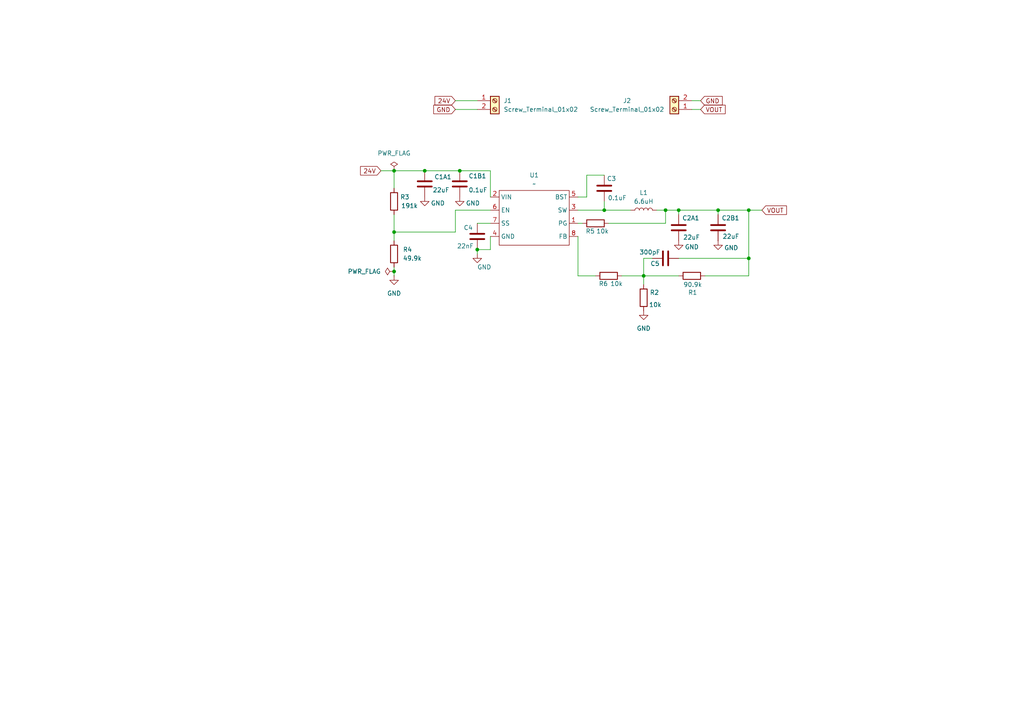
<source format=kicad_sch>
(kicad_sch (version 20250114) (generator "eeschema") (generator_version "9.0")
  (paper "A4")
  (lib_symbols
    (symbol "Connector:Screw_Terminal_01x02" (pin_names (offset 1.016) (hide yes))
      (property "Reference" "J" (at 0 2.54 0))
      (property "Value" "Screw_Terminal_01x02" (at 0 -5.08 0))
      (symbol "Screw_Terminal_01x02_1_1"
        (rectangle (start -1.27 1.27) (end 1.27 -3.81) (stroke (width 0.254)) (fill (type background)))
        (polyline (pts (xy -0.5334 0.3302) (xy 0.3302 -0.508)) (stroke (width 0.1524)))
        (polyline (pts (xy -0.5334 -2.2098) (xy 0.3302 -3.048)) (stroke (width 0.1524)))
        (polyline (pts (xy -0.3556 0.508) (xy 0.508 -0.3302)) (stroke (width 0.1524)))
        (polyline (pts (xy -0.3556 -2.032) (xy 0.508 -2.8702)) (stroke (width 0.1524)))
        (circle (center 0 0) (radius 0.635) (stroke (width 0.1524)))
        (circle (center 0 -2.54) (radius 0.635) (stroke (width 0.1524)))
        (pin passive line (at -5.08 0 0) (length 3.81) (name "Pin_1") (number "1"))
        (pin passive line (at -5.08 -2.54 0) (length 3.81) (name "Pin_2") (number "2"))
      )
    )
    (symbol "Device:C" (pin_numbers (hide yes)) (pin_names (offset 0.254))
      (property "Reference" "C" (at 0.635 2.54 0))
      (property "Value" "C" (at 0.635 -2.54 0))
      (symbol "C_0_1"
        (polyline (pts (xy -2.032 0.762) (xy 2.032 0.762)) (stroke (width 0.508)))
        (polyline (pts (xy -2.032 -0.762) (xy 2.032 -0.762)) (stroke (width 0.508)))
      )
      (symbol "C_1_1"
        (pin passive line (at 0 3.81 270) (length 2.794) (name "~") (number "1"))
        (pin passive line (at 0 -3.81 90) (length 2.794) (name "~") (number "2"))
      )
    )
    (symbol "Device:L" (pin_numbers (hide yes)) (pin_names (offset 1.016) (hide yes))
      (property "Reference" "L" (at -1.27 0 90))
      (property "Value" "L" (at 1.905 0 90))
      (symbol "L_0_1"
        (arc (start 0 2.54) (mid 0.6323 1.905) (end 0 1.27))
        (arc (start 0 1.27) (mid 0.6323 0.635) (end 0 0))
        (arc (start 0 0) (mid 0.6323 -0.635) (end 0 -1.27))
        (arc (start 0 -1.27) (mid 0.6323 -1.905) (end 0 -2.54))
      )
      (symbol "L_1_1"
        (pin passive line (at 0 3.81 270) (length 1.27) (name "1") (number "1"))
        (pin passive line (at 0 -3.81 90) (length 1.27) (name "2") (number "2"))
      )
    )
    (symbol "Device:R" (pin_numbers (hide yes)) (pin_names (offset 0))
      (property "Reference" "R" (at 2.032 0 90))
      (property "Value" "R" (at 0 0 90))
      (symbol "R_0_1"
        (rectangle (start -1.016 -2.54) (end 1.016 2.54) (stroke (width 0.254)))
      )
      (symbol "R_1_1"
        (pin passive line (at 0 3.81 270) (length 1.27) (name "~") (number "1"))
        (pin passive line (at 0 -3.81 90) (length 1.27) (name "~") (number "2"))
      )
    )
    (symbol "New_Library:MP2338"
      (property "Reference" "U1" (at 0 12.7 0))
      (property "Value" "~" (at 0 10.16 0))
      (symbol "MP2338_0_1"
        (rectangle (start -10.16 8.255) (end 10.16 -7.62))
      )
      (symbol "MP2338_1_1"
        (pin power_in line (at -12.7 6.35 0) (length 2.54) (name "VIN") (number "2"))
        (pin input line (at -12.7 2.54 0) (length 2.54) (name "EN") (number "6"))
        (pin passive line (at -12.7 -1.27 0) (length 2.54) (name "SS") (number "7"))
        (pin power_in line (at -12.7 -5.08 0) (length 2.54) (name "GND") (number "4"))
        (pin passive line (at 12.7 6.35 180) (length 2.54) (name "BST") (number "5"))
        (pin passive line (at 12.7 2.54 180) (length 2.54) (name "SW") (number "3"))
        (pin open_collector line (at 12.7 -1.27 180) (length 2.54) (name "PG") (number "1"))
        (pin input line (at 12.7 -5.08 180) (length 2.54) (name "FB") (number "8"))
      )
    )
    (symbol "power:GND" (power) (pin_numbers (hide yes)) (pin_names (offset 0) (hide yes))
      (property "Value" "GND" (at 0 -3.81 0))
      (symbol "GND_0_1"
        (polyline (pts (xy 0 0) (xy 0 -1.27) (xy 1.27 -1.27) (xy 0 -2.54) (xy -1.27 -1.27) (xy 0 -1.27)))
      )
      (symbol "GND_1_1"
        (pin power_in line (at 0 0 270) (length 0) (name "~") (number "1"))
      )
    )
    (symbol "power:PWR_FLAG" (power) (pin_numbers (hide yes)) (pin_names (offset 0) (hide yes))
      (property "Value" "PWR_FLAG" (at 0 3.81 0))
      (symbol "PWR_FLAG_0_0"
        (pin power_out line (at 0 0 90) (length 0) (name "~") (number "1"))
      )
      (symbol "PWR_FLAG_0_1"
        (polyline (pts (xy 0 0) (xy 0 1.27) (xy -1.016 1.905) (xy 0 2.54) (xy 1.016 1.905) (xy 0 1.27)))
      )
    )
  )
  (junction (at 186.69 80.01))
  (junction (at 114.3 49.53))
  (junction (at 114.3 78.74))
  (junction (at 175.26 60.96))
  (junction (at 208.28 60.96))
  (junction (at 217.17 74.93))
  (junction (at 114.3 67.31))
  (junction (at 133.35 49.53))
  (junction (at 196.85 60.96))
  (junction (at 123.19 49.53))
  (junction (at 193.04 60.96))
  (junction (at 217.17 60.96))
  (junction (at 138.43 72.39))
  (wire (pts (xy 175.26 60.96) (xy 182.88 60.96)))
  (wire (pts (xy 170.18 57.15) (xy 170.18 50.8)))
  (wire (pts (xy 208.28 60.96) (xy 217.17 60.96)))
  (wire (pts (xy 132.08 31.75) (xy 138.43 31.75)))
  (wire (pts (xy 132.08 29.21) (xy 138.43 29.21)))
  (wire (pts (xy 220.98 60.96) (xy 217.17 60.96)))
  (wire (pts (xy 114.3 78.74) (xy 114.3 77.47)))
  (wire (pts (xy 142.24 72.39) (xy 142.24 68.58)))
  (wire (pts (xy 186.69 80.01) (xy 186.69 82.55)))
  (wire (pts (xy 170.18 50.8) (xy 175.26 50.8)))
  (wire (pts (xy 200.66 31.75) (xy 203.2 31.75)))
  (wire (pts (xy 123.19 49.53) (xy 133.35 49.53)))
  (wire (pts (xy 167.64 80.01) (xy 167.64 68.58)))
  (wire (pts (xy 180.34 80.01) (xy 186.69 80.01)))
  (wire (pts (xy 167.64 57.15) (xy 170.18 57.15)))
  (wire (pts (xy 193.04 64.77) (xy 193.04 60.96)))
  (wire (pts (xy 132.08 60.96) (xy 142.24 60.96)))
  (wire (pts (xy 200.66 29.21) (xy 203.2 29.21)))
  (wire (pts (xy 175.26 58.42) (xy 175.26 60.96)))
  (wire (pts (xy 196.85 62.23) (xy 196.85 60.96)))
  (wire (pts (xy 114.3 62.23) (xy 114.3 67.31)))
  (wire (pts (xy 114.3 67.31) (xy 114.3 69.85)))
  (wire (pts (xy 196.85 74.93) (xy 217.17 74.93)))
  (wire (pts (xy 176.53 64.77) (xy 193.04 64.77)))
  (wire (pts (xy 167.64 80.01) (xy 172.72 80.01)))
  (wire (pts (xy 114.3 49.53) (xy 123.19 49.53)))
  (wire (pts (xy 190.5 60.96) (xy 193.04 60.96)))
  (wire (pts (xy 217.17 74.93) (xy 217.17 80.01)))
  (wire (pts (xy 208.28 60.96) (xy 208.28 62.23)))
  (wire (pts (xy 132.08 60.96) (xy 132.08 67.31)))
  (wire (pts (xy 186.69 80.01) (xy 196.85 80.01)))
  (wire (pts (xy 114.3 80.01) (xy 114.3 78.74)))
  (wire (pts (xy 114.3 49.53) (xy 114.3 54.61)))
  (wire (pts (xy 186.69 74.93) (xy 186.69 80.01)))
  (wire (pts (xy 138.43 64.77) (xy 142.24 64.77)))
  (wire (pts (xy 193.04 60.96) (xy 196.85 60.96)))
  (wire (pts (xy 142.24 49.53) (xy 142.24 57.15)))
  (wire (pts (xy 167.64 60.96) (xy 175.26 60.96)))
  (wire (pts (xy 133.35 49.53) (xy 142.24 49.53)))
  (wire (pts (xy 138.43 72.39) (xy 142.24 72.39)))
  (wire (pts (xy 189.23 74.93) (xy 186.69 74.93)))
  (wire (pts (xy 217.17 60.96) (xy 217.17 74.93)))
  (wire (pts (xy 168.91 64.77) (xy 167.64 64.77)))
  (wire (pts (xy 114.3 67.31) (xy 132.08 67.31)))
  (wire (pts (xy 110.49 49.53) (xy 114.3 49.53)))
  (wire (pts (xy 217.17 80.01) (xy 204.47 80.01)))
  (wire (pts (xy 138.43 72.39) (xy 138.43 73.66)))
  (wire (pts (xy 196.85 60.96) (xy 208.28 60.96)))
  (global_label "24V" (shape input) (at 110.49 49.53 180) (property "Intersheetrefs" "${INTERSHEET_REFS}" (effects (hide yes))))
  (global_label "VOUT" (shape input) (at 203.2 31.75 0) (property "Intersheetrefs" "${INTERSHEET_REFS}" (effects (hide yes))))
  (global_label "24V" (shape input) (at 132.08 29.21 180) (property "Intersheetrefs" "${INTERSHEET_REFS}" (effects (hide yes))))
  (global_label "GND" (shape input) (at 203.2 29.21 0) (property "Intersheetrefs" "${INTERSHEET_REFS}" (effects (hide yes))))
  (global_label "GND" (shape input) (at 132.08 31.75 180) (property "Intersheetrefs" "${INTERSHEET_REFS}" (effects (hide yes))))
  (global_label "VOUT" (shape input) (at 220.98 60.96 0) (property "Intersheetrefs" "${INTERSHEET_REFS}" (effects (hide yes))))
  (symbol (lib_id "Device:L") (at 186.69 60.96 90) (unit 1)
    (property "Reference" "L1" (at 186.69 55.88 90))
    (property "Value" "6.6uH" (at 186.69 58.42 90))
    (property "Footprint" "Inductor_THT:L_Radial_D10.0mm_P5.00mm_Neosid_SD12k_style3" (effects (hide yes)))
    (property "Description" "Inductor" (effects (hide yes)))
  )
  (symbol (lib_id "Device:R") (at 172.72 64.77 90) (unit 1)
    (property "Reference" "R5" (at 171.196 67.056 90))
    (property "Value" "10k" (at 174.752 67.056 90))
    (property "Footprint" "Resistor_THT:R_Axial_DIN0207_L6.3mm_D2.5mm_P7.62mm_Horizontal" (effects (hide yes)))
    (property "Description" "Resistor" (effects (hide yes)))
  )
  (symbol (lib_id "power:GND") (at 114.3 80.01 0) (unit 1)
    (property "Reference" "#PWR02" (effects (hide yes)))
    (property "Value" "GND" (at 114.3 85.09 0))
    (property "Description" "Power symbol creates a global label with name \"GND\" , ground" (effects (hide yes)))
  )
  (symbol (lib_id "Device:C") (at 208.28 66.04 0) (unit 1)
    (property "Reference" "C2B1" (at 209.296 63.246 0) (effects (justify left)))
    (property "Value" "22uF" (at 209.55 68.58 0) (effects (justify left)))
    (property "Footprint" "Capacitor_THT:CP_Radial_D6.3mm_P2.50mm" (effects (hide yes)))
    (property "Description" "Unpolarized capacitor" (effects (hide yes)))
  )
  (symbol (lib_id "power:GND") (at 123.19 57.15 0) (unit 1)
    (property "Reference" "#PWR07" (effects (hide yes)))
    (property "Value" "GND" (at 127 58.928 0))
    (property "Description" "Power symbol creates a global label with name \"GND\" , ground" (effects (hide yes)))
  )
  (symbol (lib_id "Device:C") (at 193.04 74.93 90) (unit 1)
    (property "Reference" "C5" (at 189.992 76.454 90))
    (property "Value" "300pF" (at 188.468 73.152 90))
    (property "Footprint" "Capacitor_THT:C_Disc_D5.0mm_W2.5mm_P5.00mm" (effects (hide yes)))
    (property "Description" "Unpolarized capacitor" (effects (hide yes)))
  )
  (symbol (lib_id "power:GND") (at 208.28 69.85 0) (unit 1)
    (property "Reference" "#PWR05" (effects (hide yes)))
    (property "Value" "GND" (at 212.09 71.882 0))
    (property "Description" "Power symbol creates a global label with name \"GND\" , ground" (effects (hide yes)))
  )
  (symbol (lib_id "Device:R") (at 114.3 73.66 0) (unit 1)
    (property "Reference" "R4" (at 116.84 72.3899 0) (effects (justify left)))
    (property "Value" "49.9k" (at 116.84 74.9299 0) (effects (justify left)))
    (property "Footprint" "Resistor_THT:R_Axial_DIN0207_L6.3mm_D2.5mm_P7.62mm_Horizontal" (effects (hide yes)))
    (property "Description" "Resistor" (effects (hide yes)))
  )
  (symbol (lib_id "Device:C") (at 196.85 66.04 0) (unit 1)
    (property "Reference" "C2A1" (at 197.866 63.246 0) (effects (justify left)))
    (property "Value" "22uF" (at 198.12 68.834 0) (effects (justify left)))
    (property "Footprint" "Capacitor_THT:CP_Radial_D6.3mm_P2.50mm" (effects (hide yes)))
    (property "Description" "Unpolarized capacitor" (effects (hide yes)))
  )
  (symbol (lib_id "Device:C") (at 133.35 53.34 0) (unit 1)
    (property "Reference" "C1B1" (at 135.89 51.054 0) (effects (justify left)))
    (property "Value" "0.1uF" (at 135.89 55.118 0) (effects (justify left)))
    (property "Footprint" "Capacitor_THT:C_Disc_D5.0mm_W2.5mm_P5.00mm" (effects (hide yes)))
    (property "Description" "Unpolarized capacitor" (effects (hide yes)))
  )
  (symbol (lib_id "Connector:Screw_Terminal_01x02") (at 195.58 31.75 180) (unit 1)
    (property "Reference" "J2" (at 181.864 29.21 0))
    (property "Value" "Screw_Terminal_01x02" (at 181.864 31.75 0))
    (property "Footprint" "TerminalBlock_Phoenix:TerminalBlock_Phoenix_MKDS-1,5-2-5.08_1x02_P5.08mm_Horizontal" (effects (hide yes)))
    (property "Description" "Generic screw terminal, single row, 01x02, script generated (kicad-library-utils/schlib/autogen/connector/)" (effects (hide yes)))
  )
  (symbol (lib_id "power:GND") (at 138.43 73.66 0) (unit 1)
    (property "Reference" "#PWR03" (effects (hide yes)))
    (property "Value" "GND" (at 140.462 77.47 0))
    (property "Description" "Power symbol creates a global label with name \"GND\" , ground" (effects (hide yes)))
  )
  (symbol (lib_id "power:PWR_FLAG") (at 114.3 49.53 0) (unit 1)
    (property "Reference" "#FLG01" (effects (hide yes)))
    (property "Value" "PWR_FLAG" (at 114.3 44.45 0))
    (property "Description" "Special symbol for telling ERC where power comes from" (effects (hide yes)))
  )
  (symbol (lib_id "power:GND") (at 186.69 90.17 0) (unit 1)
    (property "Reference" "#PWR06" (effects (hide yes)))
    (property "Value" "GND" (at 186.69 95.25 0))
    (property "Description" "Power symbol creates a global label with name \"GND\" , ground" (effects (hide yes)))
  )
  (symbol (lib_id "power:PWR_FLAG") (at 114.3 78.74 90) (unit 1)
    (property "Reference" "#FLG02" (effects (hide yes)))
    (property "Value" "PWR_FLAG" (at 110.49 78.7399 90) (effects (justify left)))
    (property "Description" "Special symbol for telling ERC where power comes from" (effects (hide yes)))
  )
  (symbol (lib_id "power:GND") (at 196.85 69.85 0) (unit 1)
    (property "Reference" "#PWR04" (effects (hide yes)))
    (property "Value" "GND" (at 200.66 71.628 0))
    (property "Description" "Power symbol creates a global label with name \"GND\" , ground" (effects (hide yes)))
  )
  (symbol (lib_id "Device:R") (at 176.53 80.01 90) (unit 1)
    (property "Reference" "R6" (at 175.006 82.296 90))
    (property "Value" "10k" (at 178.816 82.296 90))
    (property "Footprint" "Resistor_THT:R_Axial_DIN0207_L6.3mm_D2.5mm_P7.62mm_Horizontal" (effects (hide yes)))
    (property "Description" "Resistor" (effects (hide yes)))
  )
  (symbol (lib_id "Device:R") (at 200.66 80.01 90) (unit 1)
    (property "Reference" "R1" (at 200.914 84.836 90))
    (property "Value" "90.9k" (at 200.914 82.55 90))
    (property "Footprint" "Resistor_THT:R_Axial_DIN0207_L6.3mm_D2.5mm_P7.62mm_Horizontal" (effects (hide yes)))
    (property "Description" "Resistor" (effects (hide yes)))
  )
  (symbol (lib_id "Connector:Screw_Terminal_01x02") (at 143.51 29.21 0) (unit 1)
    (property "Reference" "J1" (at 146.05 29.2099 0) (effects (justify left)))
    (property "Value" "Screw_Terminal_01x02" (at 146.05 31.7499 0) (effects (justify left)))
    (property "Footprint" "TerminalBlock_Phoenix:TerminalBlock_Phoenix_MKDS-1,5-2-5.08_1x02_P5.08mm_Horizontal" (effects (hide yes)))
    (property "Description" "Generic screw terminal, single row, 01x02, script generated (kicad-library-utils/schlib/autogen/connector/)" (effects (hide yes)))
  )
  (symbol (lib_id "Device:C") (at 175.26 54.61 0) (unit 1)
    (property "Reference" "C3" (at 176.022 51.816 0) (effects (justify left)))
    (property "Value" "0.1uF" (at 176.276 57.404 0) (effects (justify left)))
    (property "Footprint" "Capacitor_THT:C_Disc_D5.0mm_W2.5mm_P5.00mm" (effects (hide yes)))
    (property "Description" "Unpolarized capacitor" (effects (hide yes)))
  )
  (symbol (lib_id "New_Library:MP2338") (at 154.94 63.5 0) (unit 1)
    (property "Reference" "U1" (at 154.94 50.8 0))
    (property "Value" "~" (at 154.94 53.34 0))
    (property "Footprint" "Package_TO_SOT_SMD:SOT-583-8" (effects (hide yes)))
  )
  (symbol (lib_id "Device:R") (at 186.69 86.36 0) (unit 1)
    (property "Reference" "R2" (at 188.468 84.836 0) (effects (justify left)))
    (property "Value" "10k" (at 188.214 88.392 0) (effects (justify left)))
    (property "Footprint" "Resistor_THT:R_Axial_DIN0207_L6.3mm_D2.5mm_P7.62mm_Horizontal" (effects (hide yes)))
    (property "Description" "Resistor" (effects (hide yes)))
  )
  (symbol (lib_id "Device:C") (at 123.19 53.34 0) (unit 1)
    (property "Reference" "C1A1" (at 125.984 51.308 0) (effects (justify left)))
    (property "Value" "22uF" (at 125.476 55.118 0) (effects (justify left)))
    (property "Footprint" "Capacitor_THT:CP_Radial_D6.3mm_P2.50mm" (effects (hide yes)))
    (property "Description" "Unpolarized capacitor" (effects (hide yes)))
  )
  (symbol (lib_id "Device:R") (at 114.3 58.42 0) (unit 1)
    (property "Reference" "R3" (at 116.078 57.15 0) (effects (justify left)))
    (property "Value" "191k" (at 116.332 59.69 0) (effects (justify left)))
    (property "Footprint" "Resistor_THT:R_Axial_DIN0207_L6.3mm_D2.5mm_P7.62mm_Horizontal" (effects (hide yes)))
    (property "Description" "Resistor" (effects (hide yes)))
  )
  (symbol (lib_id "Device:C") (at 138.43 68.58 0) (mirror y) (unit 1)
    (property "Reference" "C4" (at 137.16 66.04 0) (effects (justify left)))
    (property "Value" "22nF" (at 137.414 71.374 0) (effects (justify left)))
    (property "Footprint" "Capacitor_THT:C_Disc_D5.0mm_W2.5mm_P5.00mm" (effects (hide yes)))
    (property "Description" "Unpolarized capacitor" (effects (hide yes)))
  )
  (symbol (lib_id "power:GND") (at 133.35 57.15 0) (unit 1)
    (property "Reference" "#PWR08" (effects (hide yes)))
    (property "Value" "GND" (at 137.16 58.928 0))
    (property "Description" "Power symbol creates a global label with name \"GND\" , ground" (effects (hide yes)))
  )
)
</source>
